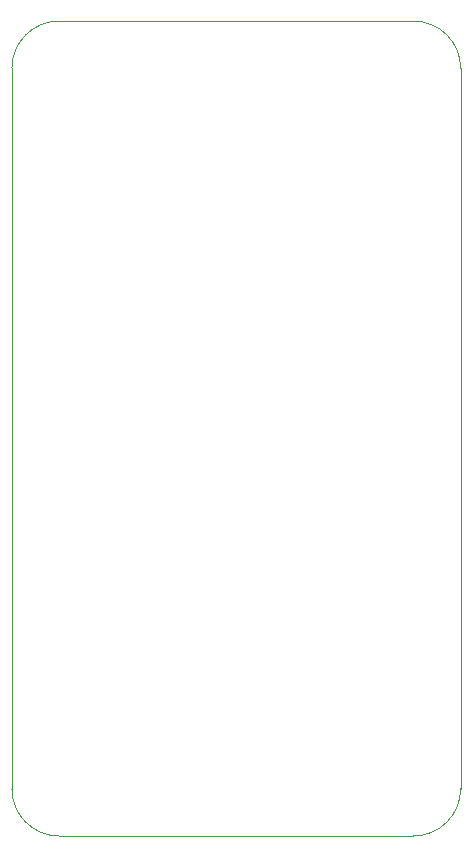
<source format=gbr>
%TF.GenerationSoftware,KiCad,Pcbnew,7.0.7*%
%TF.CreationDate,2023-08-28T22:10:07-07:00*%
%TF.ProjectId,Untitled,556e7469-746c-4656-942e-6b696361645f,rev?*%
%TF.SameCoordinates,Original*%
%TF.FileFunction,Profile,NP*%
%FSLAX46Y46*%
G04 Gerber Fmt 4.6, Leading zero omitted, Abs format (unit mm)*
G04 Created by KiCad (PCBNEW 7.0.7) date 2023-08-28 22:10:07*
%MOMM*%
%LPD*%
G01*
G04 APERTURE LIST*
%TA.AperFunction,Profile*%
%ADD10C,0.100000*%
%TD*%
G04 APERTURE END LIST*
D10*
X141000000Y-74000000D02*
X141000000Y-135000000D01*
X145000000Y-139000000D02*
X175000000Y-139000000D01*
X179000000Y-74000000D02*
X179000000Y-135000000D01*
X145000000Y-70000000D02*
X175000000Y-70000000D01*
X145000000Y-70000000D02*
G75*
G03*
X141000000Y-74000000I0J-4000000D01*
G01*
X141000000Y-135000000D02*
G75*
G03*
X145000000Y-139000000I4000000J0D01*
G01*
X179000000Y-74000000D02*
G75*
G03*
X175000000Y-70000000I-4000000J0D01*
G01*
X175000000Y-139000000D02*
G75*
G03*
X179000000Y-135000000I0J4000000D01*
G01*
M02*

</source>
